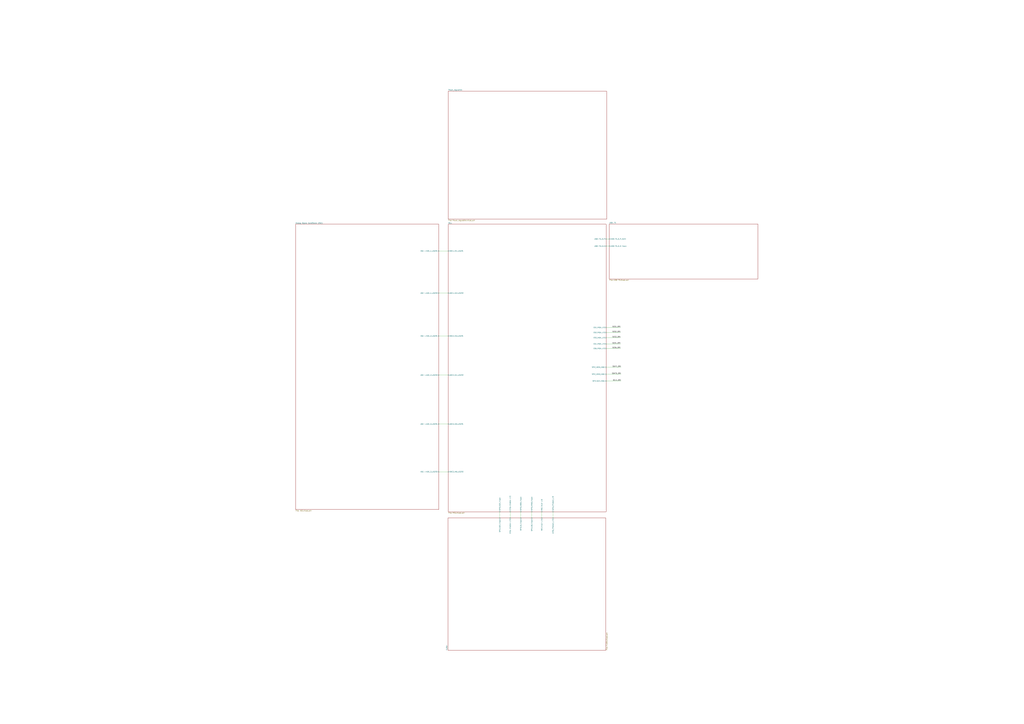
<source format=kicad_sch>
(kicad_sch (version 20230121) (generator eeschema)
  (paper "A0")
  (title_block (title "EMG Signal Acquisition Unit") (rev "Mwangi Alex ") (company "RBEC"))
  (lib_symbols)
  (wire (pts (xy 509.524 548.132) (xy 520.446 548.132)))
  (wire (pts (xy 703.834 426.72) (xy 721.106 426.72)))
  (wire (pts (xy 703.834 404.876) (xy 720.598 404.876)))
  (wire (pts (xy 509.524 291.592) (xy 520.446 291.592)))
  (wire (pts (xy 509.524 435.864) (xy 520.446 435.864)))
  (wire (pts (xy 642.112 594.614) (xy 642.112 601.726)))
  (wire (pts (xy 629.158 594.614) (xy 629.158 601.726)))
  (wire (pts (xy 592.328 594.614) (xy 592.328 601.726)))
  (wire (pts (xy 703.834 277.622) (xy 707.39 277.622)))
  (wire (pts (xy 604.774 594.614) (xy 604.774 601.726)))
  (wire (pts (xy 509.524 340.614) (xy 520.446 340.614)))
  (wire (pts (xy 703.834 434.848) (xy 721.106 434.848)))
  (wire (pts (xy 509.524 390.398) (xy 520.446 390.398)))
  (wire (pts (xy 617.474 594.614) (xy 617.474 601.726)))
  (wire (pts (xy 580.39 594.614) (xy 580.39 601.726)))
  (wire (pts (xy 703.834 442.722) (xy 721.106 442.722)))
  (wire (pts (xy 703.834 399.542) (xy 720.598 399.542)))
  (wire (pts (xy 703.834 386.334) (xy 720.598 386.334)))
  (wire (pts (xy 703.834 286.004) (xy 707.39 286.004)))
  (wire (pts (xy 509.524 492.76) (xy 520.446 492.76)))
  (wire (pts (xy 703.834 392.43) (xy 720.598 392.43)))
  (wire (pts (xy 703.834 380.492) (xy 720.598 380.492)))
  (label "SCLK_DRV" (at 721.106 442.722 180))
  (label "SCS2_DRV" (at 720.598 386.334 180))
  (label "SDATO_DRV" (at 721.106 434.848 180))
  (label "SCS3_DRV" (at 720.598 392.43 180))
  (label "SCS1_DRV" (at 720.598 380.492 180))
  (label "SDATI_DRV" (at 721.106 426.72 180))
  (label "SCS5_DRV" (at 720.598 404.876 180))
  (label "SCS4_DRV" (at 720.598 399.542 180))
  (sheet (at 707.39 260.35) (size 172.72 63.754) (stroke (width 0.1524))
    (property "Sheetname" "USB-FS " (at 707.39 259.6384 0) (effects (justify left bottom)))
    (property "Sheetfile" "USB-FS.kicad_sch" (at 707.39 324.6886 0) (effects (justify left top)))
    (pin "USB-FS_D_N-Conn" input (at 707.39 286.004 180))
    (pin "USB-FS_D_P_Conn" input (at 707.39 277.622 180))
  )
  (sheet (at 520.192 601.726) (size 183.134 153.924) (stroke (width 0.1524))
    (property "Sheetname" "FLASH" (at 519.4804 755.65 90) (effects (justify left bottom)))
    (property "Sheetfile" "FLASH.kicad_sch" (at 703.9106 755.65 90) (effects (justify left top)))
    (pin "RST{slash}HLD-I{slash}O" input (at 629.158 601.726 90))
    (pin "Write_Protect_I{slash}O" input (at 642.112 601.726 90))
    (pin "SPI3_SCK_Flash" input (at 580.39 601.726 90))
    (pin "SPI3_SO_Flash" input (at 617.474 601.726 90))
    (pin "Chip-Enable-I{slash}O" input (at 592.328 601.726 90))
    (pin "SPI3_SI_Flash" input (at 604.774 601.726 90))
  )
  (sheet (at 520.446 105.918) (size 183.896 148.844) (stroke (width 0.1524))
    (property "Sheetname" "Power_regulation" (at 520.446 105.2064 0) (effects (justify left bottom)))
    (property "Sheetfile" "Power_regulation.kicad_sch" (at 520.446 255.3466 0) (effects (justify left top)))
  )
  (sheet (at 520.446 260.604) (size 183.388 334.01) (stroke (width 0.1524))
    (property "Sheetname" "MCU" (at 520.446 259.8924 0) (effects (justify left bottom)))
    (property "Sheetfile" "MCU.kicad_sch" (at 520.446 595.1986 0) (effects (justify left top)))
    (pin "ADC1_IN2_USER2" input (at 520.446 340.614 180))
    (pin "ADC1_IN1_USER1" input (at 520.446 291.592 180))
    (pin "ADC2_IN3_USER1" input (at 520.446 390.398 180))
    (pin "ADC2_IN4_USER2" input (at 520.446 435.864 180))
    (pin "ADC3_IN5_USER1" input (at 520.446 492.76 180))
    (pin "ADC3_IN6_USER2" input (at 520.446 548.132 180))
    (pin "Write_Protect_I{slash}O" input (at 642.112 594.614 270))
    (pin "RST{slash}HLD-I{slash}O" input (at 629.158 594.614 270))
    (pin "SPI3_MISO_Flash" input (at 617.474 594.614 270))
    (pin "SPI3_MOSI_Flash" input (at 604.774 594.614 270))
    (pin "Chip-Enable-I{slash}O" input (at 592.328 594.614 270))
    (pin "SPI3_SCK_Flash" input (at 580.39 594.614 270))
    (pin "USB-FS_D_P" input (at 703.834 277.622 0))
    (pin "USB-FS_D_N" input (at 703.834 286.004 0))
    (pin "CS1_MtDr_I{slash}O" input (at 703.834 380.492 0))
    (pin "SPI2_MOSI_MtDr" input (at 703.834 426.72 0))
    (pin "SPI2_MISO_MtDr" input (at 703.834 434.848 0))
    (pin "CS2_MtDr_I{slash}O" input (at 703.834 386.334 0))
    (pin "CS3_MtDr_I{slash}O" input (at 703.834 392.43 0))
    (pin "CS5_MtDr_I{slash}O" input (at 703.834 404.876 0))
    (pin "CS4_MtDr_I{slash}O" input (at 703.834 399.542 0))
    (pin "SPI2_SCK_MtDr" input (at 703.834 442.722 0))
  )
  (sheet (at 343.154 260.604) (size 166.37 331.47) (stroke (width 0.1524))
    (property "Sheetname" "Analog Signal Conditioner (ASC)" (at 343.154 259.8924 0) (effects (justify left bottom)))
    (property "Sheetfile" "ASC.kicad_sch" (at 343.154 592.6586 0) (effects (justify left top)))
    (pin "ASC->ADC_3_USER2" input (at 509.524 548.132 0))
    (pin "ASC->ADC_3_USER1" input (at 509.524 492.76 0))
    (pin "ASC->ADC_2_USER2" input (at 509.524 435.864 0))
    (pin "ASC->ADC_2_USER1" input (at 509.524 390.398 0))
    (pin "ASC->ADC_1_USER2" input (at 509.524 340.614 0))
    (pin "ASC->ADC_1_USER1" input (at 509.524 291.592 0))
  )
)
</source>
